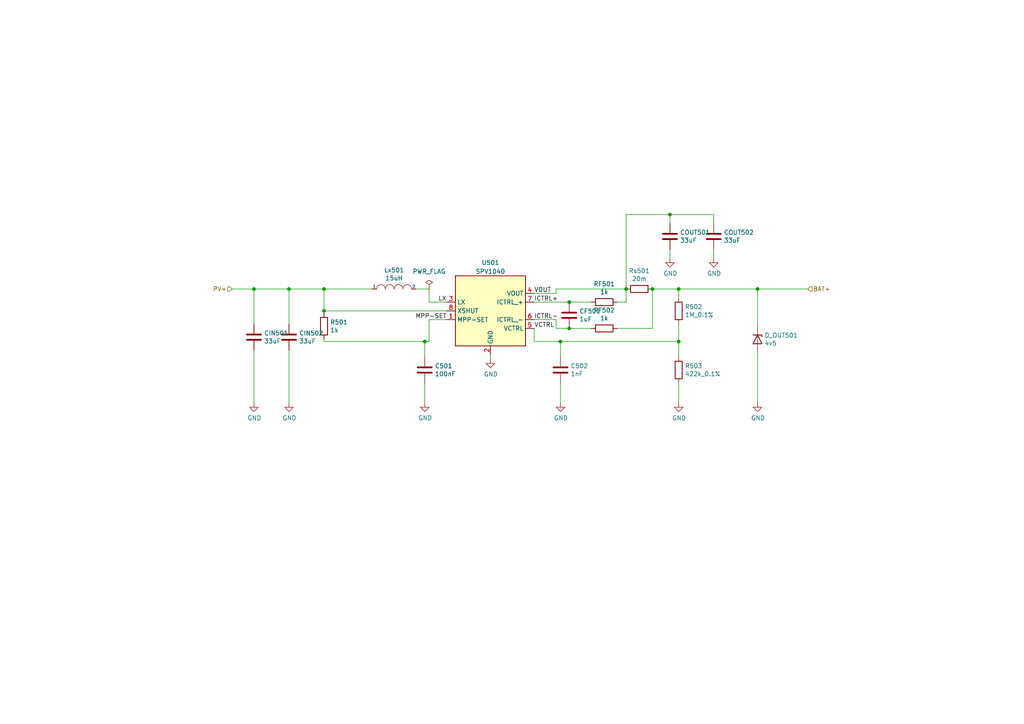
<source format=kicad_sch>
(kicad_sch (version 20211123) (generator eeschema)
  (paper "A4")
  (lib_symbols
    (symbol "Device:C" (pin_numbers hide) (pin_names (offset 0.254))
      (property "Reference" "C" (at 0.635 2.54 0))
      (property "Value" "C" (at 0.635 -2.54 0))
      (symbol "C_0_1"
        (polyline (pts (xy -2.032 -0.762) (xy 2.032 -0.762)) (stroke (width 0.508)))
        (polyline (pts (xy -2.032 0.762) (xy 2.032 0.762)) (stroke (width 0.508)))
      )
      (symbol "C_1_1"
        (pin passive line (at 0 3.81 270) (length 2.794) (name "~") (number "1"))
        (pin passive line (at 0 -3.81 90) (length 2.794) (name "~") (number "2"))
      )
    )
    (symbol "Device:D_Zener" (pin_numbers hide) (pin_names (offset 1.016) hide)
      (property "Reference" "D" (at 0 2.54 0))
      (property "Value" "D_Zener" (at 0 -2.54 0))
      (symbol "D_Zener_0_1"
        (polyline (pts (xy 1.27 0) (xy -1.27 0)))
        (polyline (pts (xy -1.27 -1.27) (xy -1.27 1.27) (xy -0.762 1.27)) (stroke (width 0.254)))
        (polyline (pts (xy 1.27 -1.27) (xy 1.27 1.27) (xy -1.27 0) (xy 1.27 -1.27)) (stroke (width 0.254)))
      )
      (symbol "D_Zener_1_1"
        (pin passive line (at -3.81 0 0) (length 2.54) (name "K") (number "1"))
        (pin passive line (at 3.81 0 180) (length 2.54) (name "A") (number "2"))
      )
    )
    (symbol "Device:R" (pin_numbers hide) (pin_names (offset 0))
      (property "Reference" "R" (at 2.032 0 90))
      (property "Value" "R" (at 0 0 90))
      (symbol "R_0_1"
        (rectangle (start -1.016 -2.54) (end 1.016 2.54) (stroke (width 0.254)))
      )
      (symbol "R_1_1"
        (pin passive line (at 0 3.81 270) (length 1.27) (name "~") (number "1"))
        (pin passive line (at 0 -3.81 90) (length 1.27) (name "~") (number "2"))
      )
    )
    (symbol "lsf-kicad:SPV1040"
      (property "Reference" "U" (at 0 1.27 0))
      (property "Value" "SPV1040" (at 6.35 11.43 0))
      (symbol "SPV1040_0_1"
        (rectangle (start -10.16 10.16) (end 10.16 -10.16) (stroke (width 0.254)) (fill (type background)))
      )
      (symbol "SPV1040_1_1"
        (pin input line (at -12.7 -2.54 0) (length 2.54) (name "MPP-SET") (number "1"))
        (pin power_in line (at 0 -12.7 90) (length 2.54) (name "GND") (number "2"))
        (pin input line (at -12.7 2.54 0) (length 2.54) (name "LX") (number "3"))
        (pin power_out line (at 12.7 5.08 180) (length 2.54) (name "VOUT") (number "4"))
        (pin input line (at 12.7 -5.08 180) (length 2.54) (name "VCTRL") (number "5"))
        (pin input line (at 12.7 -2.54 180) (length 2.54) (name "ICTRL_-") (number "6"))
        (pin input line (at 12.7 2.54 180) (length 2.54) (name "ICTRL_+") (number "7"))
        (pin input line (at -12.7 0 0) (length 2.54) (name "XSHUT") (number "8"))
      )
    )
    (symbol "power:GND" (power) (pin_names (offset 0))
      (property "Value" "GND" (at 0 -3.81 0))
      (symbol "GND_0_1"
        (polyline (pts (xy 0 0) (xy 0 -1.27) (xy 1.27 -1.27) (xy 0 -2.54) (xy -1.27 -1.27) (xy 0 -1.27)))
      )
      (symbol "GND_1_1"
        (pin power_in line (at 0 0 270) (length 0) hide (name "GND") (number "1"))
      )
    )
    (symbol "power:PWR_FLAG" (power) (pin_numbers hide) (pin_names (offset 0) hide)
      (property "Value" "PWR_FLAG" (at 0 3.81 0))
      (symbol "PWR_FLAG_0_0"
        (pin power_out line (at 0 0 90) (length 0) (name "pwr") (number "1"))
      )
      (symbol "PWR_FLAG_0_1"
        (polyline (pts (xy 0 0) (xy 0 1.27) (xy -1.016 1.905) (xy 0 2.54) (xy 1.016 1.905) (xy 0 1.27)))
      )
    )
    (symbol "pspice:INDUCTOR" (pin_numbers hide) (pin_names (offset 0))
      (property "Reference" "L" (at 0 2.54 0))
      (property "Value" "INDUCTOR" (at 0 -1.27 0))
      (symbol "INDUCTOR_0_1"
        (arc (start -2.54 0) (mid -3.81 1.27) (end -5.08 0))
        (arc (start 0 0) (mid -1.27 1.27) (end -2.54 0))
        (arc (start 2.54 0) (mid 1.27 1.27) (end 0 0))
        (arc (start 5.08 0) (mid 3.81 1.27) (end 2.54 0))
      )
      (symbol "INDUCTOR_1_1"
        (pin input line (at -6.35 0 0) (length 1.27) (name "1") (number "1"))
        (pin input line (at 6.35 0 180) (length 1.27) (name "2") (number "2"))
      )
    )
  )
  (junction (at 189.23 83.82))
  (junction (at 196.85 99.06))
  (junction (at 165.1 87.63))
  (junction (at 162.56 99.06))
  (junction (at 83.82 83.82))
  (junction (at 181.61 83.82))
  (junction (at 219.71 83.82))
  (junction (at 93.98 90.17))
  (junction (at 93.98 83.82))
  (junction (at 123.19 99.06))
  (junction (at 73.66 83.82))
  (junction (at 165.1 95.25))
  (junction (at 194.31 62.23))
  (junction (at 196.85 83.82))
  (wire (pts (xy 124.46 99.06) (xy 124.46 92.71)))
  (wire (pts (xy 124.46 92.71) (xy 129.54 92.71)))
  (wire (pts (xy 162.56 111.125) (xy 162.56 116.84)))
  (wire (pts (xy 162.56 103.505) (xy 162.56 99.06)))
  (wire (pts (xy 161.29 95.25) (xy 165.1 95.25)))
  (wire (pts (xy 154.94 99.06) (xy 154.94 95.25)))
  (wire (pts (xy 194.31 62.23) (xy 194.31 64.77)))
  (wire (pts (xy 219.71 94.615) (xy 219.71 83.82)))
  (wire (pts (xy 123.19 111.125) (xy 123.19 116.84)))
  (wire (pts (xy 67.31 83.82) (xy 73.66 83.82)))
  (wire (pts (xy 179.07 87.63) (xy 181.61 87.63)))
  (wire (pts (xy 83.82 101.6) (xy 83.82 116.84)))
  (wire (pts (xy 154.94 92.71) (xy 161.29 92.71)))
  (wire (pts (xy 179.07 95.25) (xy 189.23 95.25)))
  (wire (pts (xy 207.01 62.23) (xy 207.01 64.77)))
  (wire (pts (xy 194.31 62.23) (xy 207.01 62.23)))
  (wire (pts (xy 196.85 99.06) (xy 196.85 103.505)))
  (wire (pts (xy 123.19 103.505) (xy 123.19 99.06)))
  (wire (pts (xy 181.61 62.23) (xy 194.31 62.23)))
  (wire (pts (xy 196.85 83.82) (xy 219.71 83.82)))
  (wire (pts (xy 83.82 93.98) (xy 83.82 83.82)))
  (wire (pts (xy 181.61 83.82) (xy 161.29 83.82)))
  (wire (pts (xy 207.01 72.39) (xy 207.01 74.93)))
  (wire (pts (xy 189.23 95.25) (xy 189.23 83.82)))
  (wire (pts (xy 93.98 83.82) (xy 93.98 90.17)))
  (wire (pts (xy 93.98 90.17) (xy 93.98 90.805)))
  (wire (pts (xy 234.315 83.82) (xy 219.71 83.82)))
  (wire (pts (xy 161.29 92.71) (xy 161.29 95.25)))
  (wire (pts (xy 165.1 87.63) (xy 171.45 87.63)))
  (wire (pts (xy 219.71 102.235) (xy 219.71 116.84)))
  (wire (pts (xy 154.94 99.06) (xy 162.56 99.06)))
  (wire (pts (xy 154.94 87.63) (xy 165.1 87.63)))
  (wire (pts (xy 194.31 72.39) (xy 194.31 74.93)))
  (wire (pts (xy 181.61 83.82) (xy 181.61 62.23)))
  (wire (pts (xy 93.98 90.17) (xy 129.54 90.17)))
  (wire (pts (xy 73.66 101.6) (xy 73.66 116.84)))
  (wire (pts (xy 165.1 95.25) (xy 171.45 95.25)))
  (wire (pts (xy 123.19 99.06) (xy 93.98 99.06)))
  (wire (pts (xy 196.85 83.82) (xy 196.85 86.36)))
  (wire (pts (xy 124.46 83.82) (xy 124.46 87.63)))
  (wire (pts (xy 161.29 83.82) (xy 161.29 85.09)))
  (wire (pts (xy 181.61 87.63) (xy 181.61 83.82)))
  (wire (pts (xy 120.65 83.82) (xy 124.46 83.82)))
  (wire (pts (xy 93.98 98.425) (xy 93.98 99.06)))
  (wire (pts (xy 161.29 85.09) (xy 154.94 85.09)))
  (wire (pts (xy 162.56 99.06) (xy 196.85 99.06)))
  (wire (pts (xy 196.85 93.98) (xy 196.85 99.06)))
  (wire (pts (xy 142.24 104.14) (xy 142.24 102.87)))
  (wire (pts (xy 124.46 87.63) (xy 129.54 87.63)))
  (wire (pts (xy 189.23 83.82) (xy 196.85 83.82)))
  (wire (pts (xy 124.46 99.06) (xy 123.19 99.06)))
  (wire (pts (xy 83.82 83.82) (xy 93.98 83.82)))
  (wire (pts (xy 196.85 111.125) (xy 196.85 116.84)))
  (wire (pts (xy 73.66 83.82) (xy 83.82 83.82)))
  (wire (pts (xy 93.98 83.82) (xy 107.95 83.82)))
  (wire (pts (xy 73.66 93.98) (xy 73.66 83.82)))
  (label "VOUT" (at 154.94 85.09 0))
  (label "ICTRL-" (at 154.94 92.71 0))
  (label "MPP-SET" (at 129.54 92.71 180))
  (label "VCTRL" (at 154.94 95.25 0))
  (label "ICTRL+" (at 154.94 87.63 0))
  (label "LX" (at 129.54 87.63 180))
  (hierarchical_label "BAT+" (shape input) (at 234.315 83.82 0))
  (hierarchical_label "PV+" (shape input) (at 67.31 83.82 180))
  (symbol (lib_id "Device:R") (at 196.85 107.315 0) (unit 1)
    (property "Reference" "R503" (at 198.628 106.1466 0) (effects (justify left)))
    (property "Value" "422k_0.1%" (at 198.628 108.458 0) (effects (justify left)))
    (property "Footprint" "Resistor_SMD:R_0603_1608Metric" (effects hide))
    (property "MPN" "RN73H1JTTD4223B25" (effects hide))
  )
  (symbol (lib_id "Device:C") (at 207.01 68.58 0) (unit 1)
    (property "Reference" "COUT502" (at 209.931 67.4116 0) (effects (justify left)))
    (property "Value" "33uF" (at 209.931 69.723 0) (effects (justify left)))
    (property "Footprint" "Capacitor_SMD:C_0805_2012Metric" (effects hide))
    (property "MPN" "C2012X5R1A336M125AC" (effects hide))
  )
  (symbol (lib_id "Device:C") (at 73.66 97.79 0) (unit 1)
    (property "Reference" "CIN501" (at 76.581 96.6216 0) (effects (justify left)))
    (property "Value" "33uF" (at 76.581 98.933 0) (effects (justify left)))
    (property "Footprint" "Capacitor_SMD:C_0805_2012Metric" (effects hide))
    (property "MPN" "C2012X5R1A336M125AC" (effects hide))
  )
  (symbol (lib_id "power:GND") (at 123.19 116.84 0) (unit 1)
    (property "Reference" "#PWR0115" (effects hide))
    (property "Value" "GND" (at 123.317 121.2342 0))
  )
  (symbol (lib_id "power:GND") (at 207.01 74.93 0) (unit 1)
    (property "Reference" "#PWR0107" (effects hide))
    (property "Value" "GND" (at 207.137 79.3242 0))
  )
  (symbol (lib_id "power:GND") (at 142.24 104.14 0) (unit 1)
    (property "Reference" "#PWR0106" (effects hide))
    (property "Value" "GND" (at 142.367 108.5342 0))
  )
  (symbol (lib_id "power:PWR_FLAG") (at 124.46 83.82 0) (unit 1)
    (property "Reference" "#FLG0103" (effects hide))
    (property "Value" "PWR_FLAG" (at 124.46 78.74 0))
  )
  (symbol (lib_id "Device:C") (at 83.82 97.79 0) (unit 1)
    (property "Reference" "CIN502" (at 86.741 96.6216 0) (effects (justify left)))
    (property "Value" "33uF" (at 86.741 98.933 0) (effects (justify left)))
    (property "Footprint" "Capacitor_SMD:C_0805_2012Metric" (effects hide))
    (property "MPN" "C2012X5R1A336M125AC" (effects hide))
  )
  (symbol (lib_id "power:GND") (at 194.31 74.93 0) (unit 1)
    (property "Reference" "#PWR0109" (effects hide))
    (property "Value" "GND" (at 194.437 79.3242 0))
  )
  (symbol (lib_id "Device:D_Zener") (at 219.71 98.425 270) (unit 1)
    (property "Reference" "D_OUT501" (at 221.7166 97.2566 90) (effects (justify left)))
    (property "Value" "4v5" (at 221.7166 99.568 90) (effects (justify left)))
    (property "Footprint" "00:DO216-AA" (effects hide))
    (property "MPN" "STPS1L40M" (effects hide))
  )
  (symbol (lib_id "Device:R") (at 196.85 90.17 0) (unit 1)
    (property "Reference" "R502" (at 198.628 89.0016 0) (effects (justify left)))
    (property "Value" "1M_0.1%" (at 198.628 91.313 0) (effects (justify left)))
    (property "Footprint" "Resistor_SMD:R_0603_1608Metric" (effects hide))
    (property "MPN" "RN73H1JTTD1004B25" (effects hide))
  )
  (symbol (lib_id "power:GND") (at 196.85 116.84 0) (unit 1)
    (property "Reference" "#PWR0110" (effects hide))
    (property "Value" "GND" (at 196.977 121.2342 0))
  )
  (symbol (lib_id "Device:C") (at 165.1 91.44 0) (unit 1)
    (property "Reference" "CF501" (at 168.021 90.2716 0) (effects (justify left)))
    (property "Value" "1uF" (at 168.021 92.583 0) (effects (justify left)))
    (property "Footprint" "Capacitor_SMD:C_0603_1608Metric" (effects hide))
    (property "MPN" "C0603C105M8RACAUTO" (effects hide))
  )
  (symbol (lib_id "Device:R") (at 175.26 95.25 270) (unit 1)
    (property "Reference" "RF502" (at 175.26 89.9922 90))
    (property "Value" "1k" (at 175.26 92.3036 90))
    (property "Footprint" "Resistor_SMD:R_0603_1608Metric" (effects hide))
    (property "MPN" "CRCW06031K00FKEA" (effects hide))
  )
  (symbol (lib_id "power:GND") (at 162.56 116.84 0) (unit 1)
    (property "Reference" "#PWR0108" (effects hide))
    (property "Value" "GND" (at 162.687 121.2342 0))
  )
  (symbol (lib_id "Device:R") (at 175.26 87.63 270) (unit 1)
    (property "Reference" "RF501" (at 175.26 82.3722 90))
    (property "Value" "1k" (at 175.26 84.6836 90))
    (property "Footprint" "Resistor_SMD:R_0603_1608Metric" (effects hide))
    (property "MPN" "CRCW06031K00FKEA" (effects hide))
  )
  (symbol (lib_id "Device:R") (at 185.42 83.82 270) (unit 1)
    (property "Reference" "Rs501" (at 185.42 78.5622 90))
    (property "Value" "20m" (at 185.42 80.8736 90))
    (property "Footprint" "Resistor_SMD:R_0603_1608Metric" (effects hide))
    (property "MPN" "RCWE060320L0FQEA" (effects hide))
  )
  (symbol (lib_id "power:GND") (at 83.82 116.84 0) (unit 1)
    (property "Reference" "#PWR0116" (effects hide))
    (property "Value" "GND" (at 83.947 121.2342 0))
  )
  (symbol (lib_id "Device:C") (at 123.19 107.315 0) (unit 1)
    (property "Reference" "C501" (at 126.111 106.1466 0) (effects (justify left)))
    (property "Value" "100nF" (at 126.111 108.458 0) (effects (justify left)))
    (property "Footprint" "Capacitor_SMD:C_0603_1608Metric" (effects hide))
    (property "MPN" "C0603C104K8RACTU" (effects hide))
  )
  (symbol (lib_id "Device:C") (at 194.31 68.58 0) (unit 1)
    (property "Reference" "COUT501" (at 197.231 67.4116 0) (effects (justify left)))
    (property "Value" "33uF" (at 197.231 69.723 0) (effects (justify left)))
    (property "Footprint" "Capacitor_SMD:C_0805_2012Metric" (effects hide))
    (property "MPN" "C2012X5R1A336M125AC" (effects hide))
  )
  (symbol (lib_id "lsf-kicad:SPV1040") (at 142.24 90.17 0) (unit 1)
    (property "Reference" "U501" (at 142.24 76.2 0))
    (property "Value" "SPV1040" (at 142.24 78.74 0))
    (property "Footprint" "Package_SO:TSSOP-8_4.4x3mm_P0.65mm" (effects hide))
    (property "Datasheet" "https://www.st.com/resource/en/datasheet/spv1040.pdf" (effects hide))
    (property "MPN" "SPV1040TTR" (effects hide))
  )
  (symbol (lib_id "Device:C") (at 162.56 107.315 0) (unit 1)
    (property "Reference" "C502" (at 165.481 106.1466 0) (effects (justify left)))
    (property "Value" "1nF" (at 165.481 108.458 0) (effects (justify left)))
    (property "Footprint" "Capacitor_SMD:C_0603_1608Metric" (effects hide))
    (property "MPN" "C0603C102J8HACTU" (effects hide))
  )
  (symbol (lib_id "Device:R") (at 93.98 94.615 0) (unit 1)
    (property "Reference" "R501" (at 95.758 93.4466 0) (effects (justify left)))
    (property "Value" "1k" (at 95.758 95.758 0) (effects (justify left)))
    (property "Footprint" "Resistor_SMD:R_0603_1608Metric" (effects hide))
    (property "MPN" "CRCW06031K00FKEA" (effects hide))
  )
  (symbol (lib_id "power:GND") (at 73.66 116.84 0) (unit 1)
    (property "Reference" "#PWR0117" (effects hide))
    (property "Value" "GND" (at 73.787 121.2342 0))
  )
  (symbol (lib_id "power:GND") (at 219.71 116.84 0) (unit 1)
    (property "Reference" "#PWR0111" (effects hide))
    (property "Value" "GND" (at 219.837 121.2342 0))
  )
  (symbol (lib_id "pspice:INDUCTOR") (at 114.3 83.82 0) (unit 1)
    (property "Reference" "Lx501" (at 114.3 78.359 0))
    (property "Value" "15uH" (at 114.3 80.6704 0))
    (property "Footprint" "Inductor_SMD:L_Bourns_SRN6045TA" (effects hide))
    (property "MPN" "NR5040T150M" (effects hide))
  )
)
</source>
